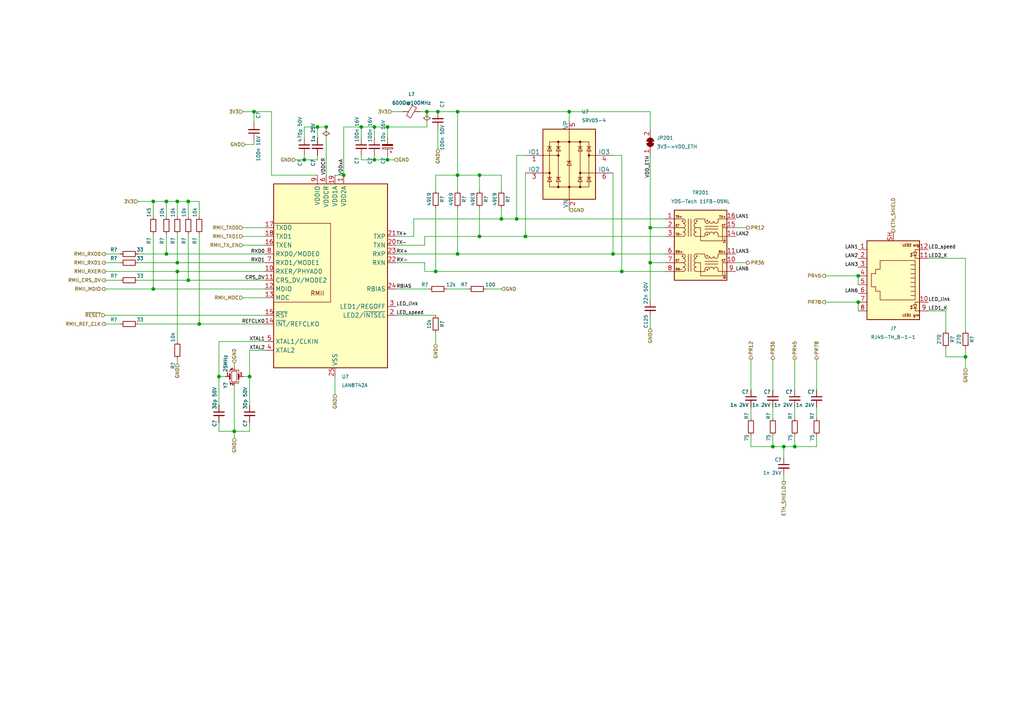
<source format=kicad_sch>
(kicad_sch (version 20230121) (generator eeschema)
  (paper "A4")
  (lib_symbols
    (symbol "#Connector:Boomele RJ45-TH_B-1-1" (pin_names (offset 1.016))
      (property "Reference" "J" (at -5.08 13.97 0))
      (property "Value" "Boomele RJ45-TH_B-1-1" (at 1.27 13.97 0))
      (symbol "Boomele RJ45-TH_B-1-1_1_1"
        (text "LED1 grn" (at -5.08 11.43 0) (effects (font (size 0.7 0.7))))
        (text "LED2 org" (at -5.08 -8.89 0) (effects (font (size 0.7 0.7))))
        (pin passive line (at 10.16 -7.62 180) (length 2.54) (name "~") (number "1"))
        (pin passive line (at -10.16 7.62 0) (length 2.54) (name "~") (number "10"))
        (pin passive line (at -10.16 -5.08 0) (length 2.54) (name "~") (number "11"))
        (pin passive line (at -10.16 -7.62 0) (length 2.54) (name "~") (number "12"))
        (pin passive line (at 10.16 -5.08 180) (length 2.54) (name "~") (number "2"))
        (pin passive line (at 10.16 -2.54 180) (length 2.54) (name "~") (number "3"))
        (pin passive line (at 10.16 0 180) (length 2.54) (name "~") (number "4"))
        (pin passive line (at 10.16 2.54 180) (length 2.54) (name "~") (number "5"))
        (pin passive line (at 10.16 5.08 180) (length 2.54) (name "~") (number "6"))
        (pin passive line (at 10.16 7.62 180) (length 2.54) (name "~") (number "7"))
        (pin passive line (at 10.16 10.16 180) (length 2.54) (name "~") (number "8"))
        (pin passive line (at -10.16 10.16 0) (length 2.54) (name "~") (number "9"))
        (pin passive line (at 0 -12.7 90) (length 2.54) (name "~") (number "SH"))
      )
    )
    (symbol "#Transformer:YDS-Tech 11FB-05NL" (pin_names hide)
      (property "Reference" "TR" (at 0 10.795 0))
      (property "Value" "YDS-Tech 11FB-05NL" (at 0 -10.795 0))
      (symbol "YDS-Tech 11FB-05NL_1_1"
        (text "CT" (at -7.366 -4.826 0) (effects (font (size 0.635 0.635)) (justify left bottom)))
        (text "CT" (at -7.366 5.334 0) (effects (font (size 0.635 0.635)) (justify left bottom)))
        (text "CT" (at 7.366 -4.826 0) (effects (font (size 0.635 0.635)) (justify right bottom)))
        (text "CT" (at 7.366 5.334 0) (effects (font (size 0.635 0.635)) (justify right bottom)))
        (text "RD+" (at -7.366 -2.286 0) (effects (font (size 0.635 0.635)) (justify left bottom)))
        (text "RD-" (at -7.366 -7.366 0) (effects (font (size 0.635 0.635)) (justify left bottom)))
        (text "RX+" (at 7.366 -2.286 0) (effects (font (size 0.635 0.635)) (justify right bottom)))
        (text "RX-" (at 7.366 -7.62 900) (effects (font (size 0.635 0.635)) (justify right bottom)))
        (text "TD+" (at -7.366 7.874 0) (effects (font (size 0.635 0.635)) (justify left bottom)))
        (text "TD-" (at -7.366 2.794 0) (effects (font (size 0.635 0.635)) (justify left bottom)))
        (text "TX+" (at 7.366 7.874 0) (effects (font (size 0.635 0.635)) (justify right bottom)))
        (text "TX-" (at 7.366 2.54 900) (effects (font (size 0.635 0.635)) (justify right bottom)))
        (pin passive line (at -10.16 7.62 0) (length 2.54) (name "TX-") (number "1"))
        (pin passive line (at 10.16 -5.08 180) (length 2.54) (name "C_RD") (number "10"))
        (pin passive line (at 10.16 -2.54 180) (length 2.54) (name "RD-") (number "11"))
        (pin no_connect line (at -2.54 -10.16 90) (length 2.54) hide (name "NC") (number "12"))
        (pin no_connect line (at 2.54 -10.16 90) (length 2.54) hide (name "NC") (number "13"))
        (pin passive line (at 10.16 2.54 180) (length 2.54) (name "TD+") (number "14"))
        (pin passive line (at 10.16 5.08 180) (length 2.54) (name "C_TD") (number "15"))
        (pin passive line (at 10.16 7.62 180) (length 2.54) (name "TD-") (number "16"))
        (pin passive line (at -10.16 5.08 0) (length 2.54) (name "C_TX") (number "2"))
        (pin passive line (at -10.16 2.54 0) (length 2.54) (name "TX+") (number "3"))
        (pin no_connect line (at -2.54 10.16 270) (length 2.54) hide (name "NC") (number "4"))
        (pin no_connect line (at 2.54 10.16 270) (length 2.54) hide (name "NC") (number "5"))
        (pin passive line (at -10.16 -2.54 0) (length 2.54) (name "RX-") (number "6"))
        (pin passive line (at -10.16 -5.08 0) (length 2.54) (name "C_RX") (number "7"))
        (pin passive line (at -10.16 -7.62 0) (length 2.54) (name "RX+") (number "8"))
        (pin passive line (at 10.16 -7.62 180) (length 2.54) (name "RD+") (number "9"))
      )
    )
    (symbol "Device:C_Polarized_Small" (pin_numbers hide) (pin_names (offset 0.254) hide)
      (property "Reference" "C" (at 0.254 1.778 0))
      (property "Value" "C_Polarized_Small" (at 0.254 -2.032 0))
      (symbol "C_Polarized_Small_1_1"
        (pin passive line (at 0 2.54 270) (length 1.8542) (name "~") (number "1"))
        (pin passive line (at 0 -2.54 90) (length 1.8542) (name "~") (number "2"))
      )
    )
    (symbol "Device:C_Small" (pin_numbers hide) (pin_names (offset 0.254) hide)
      (property "Reference" "C" (at 0.254 1.778 0))
      (property "Value" "C_Small" (at 0.254 -2.032 0))
      (symbol "C_Small_1_1"
        (pin passive line (at 0 2.54 270) (length 2.032) (name "~") (number "1"))
        (pin passive line (at 0 -2.54 90) (length 2.032) (name "~") (number "2"))
      )
    )
    (symbol "Device:Crystal_GND24_Small" (pin_names (offset 1.016) hide)
      (property "Reference" "Y" (at 1.27 4.445 0))
      (property "Value" "Crystal_GND24_Small" (at 1.27 2.54 0))
      (symbol "Crystal_GND24_Small_1_1"
        (pin passive line (at -2.54 0 0) (length 1.27) (name "1") (number "1"))
        (pin passive line (at 0 -2.54 90) (length 0.635) (name "2") (number "2"))
        (pin passive line (at 2.54 0 180) (length 1.27) (name "3") (number "3"))
        (pin passive line (at 0 2.54 270) (length 0.635) (name "4") (number "4"))
      )
    )
    (symbol "Device:FerriteBead_Small" (pin_numbers hide) (pin_names (offset 0))
      (property "Reference" "FB" (at 1.905 1.27 0))
      (property "Value" "FerriteBead_Small" (at 1.905 -1.27 0))
      (symbol "FerriteBead_Small_1_1"
        (pin passive line (at 0 2.54 270) (length 1.27) (name "~") (number "1"))
        (pin passive line (at 0 -2.54 90) (length 1.27) (name "~") (number "2"))
      )
    )
    (symbol "Device:R_Small" (pin_numbers hide) (pin_names (offset 0.254) hide)
      (property "Reference" "R" (at 0.762 0.508 0))
      (property "Value" "R_Small" (at 0.762 -1.016 0))
      (symbol "R_Small_1_1"
        (pin passive line (at 0 2.54 270) (length 0.762) (name "~") (number "1"))
        (pin passive line (at 0 -2.54 90) (length 0.762) (name "~") (number "2"))
      )
    )
    (symbol "Interface_Ethernet:LAN8742A"
      (property "Reference" "U" (at -13.97 29.21 0))
      (property "Value" "LAN8742A" (at 15.24 29.21 0))
      (symbol "LAN8742A_0_0"
        (text "RMII" (at -5.08 -3.81 0) (effects (font (size 1.27 1.27))))
      )
      (symbol "LAN8742A_1_1"
        (pin power_in line (at 2.54 30.48 270) (length 2.54) (name "VDD2A") (number "1"))
        (pin output line (at -20.32 2.54 0) (length 2.54) (name "RXER/PHYAD0") (number "10"))
        (pin bidirectional line (at -20.32 0 0) (length 2.54) (name "CRS_DV/MODE2") (number "11"))
        (pin bidirectional line (at -20.32 -2.54 0) (length 2.54) (name "MDIO") (number "12"))
        (pin input line (at -20.32 -5.08 0) (length 2.54) (name "MDC") (number "13"))
        (pin output line (at -20.32 -12.7 0) (length 2.54) (name "~{INT}/REFCLKO") (number "14"))
        (pin input line (at -20.32 -10.16 0) (length 2.54) (name "~{RST}") (number "15"))
        (pin input line (at -20.32 10.16 0) (length 2.54) (name "TXEN") (number "16"))
        (pin input line (at -20.32 15.24 0) (length 2.54) (name "TXD0") (number "17"))
        (pin input line (at -20.32 12.7 0) (length 2.54) (name "TXD1") (number "18"))
        (pin power_in line (at 0 30.48 270) (length 2.54) (name "VDD1A") (number "19"))
        (pin bidirectional line (at 17.78 -10.16 180) (length 2.54) (name "LED2/~{INTSEL}") (number "2"))
        (pin passive line (at 17.78 10.16 180) (length 2.54) (name "TXN") (number "20"))
        (pin passive line (at 17.78 12.7 180) (length 2.54) (name "TXP") (number "21"))
        (pin passive line (at 17.78 5.08 180) (length 2.54) (name "RXN") (number "22"))
        (pin passive line (at 17.78 7.62 180) (length 2.54) (name "RXP") (number "23"))
        (pin passive line (at 17.78 -2.54 180) (length 2.54) (name "RBIAS") (number "24"))
        (pin power_in line (at 0 -27.94 90) (length 2.54) (name "VSS") (number "25"))
        (pin bidirectional line (at 17.78 -7.62 180) (length 2.54) (name "LED1/REGOFF") (number "3"))
        (pin output line (at -20.32 -20.32 0) (length 2.54) (name "XTAL2") (number "4"))
        (pin input line (at -20.32 -17.78 0) (length 2.54) (name "XTAL1/CLKIN") (number "5"))
        (pin power_in line (at -2.54 30.48 270) (length 2.54) (name "VDDCR") (number "6"))
        (pin bidirectional line (at -20.32 5.08 0) (length 2.54) (name "RXD1/MODE1") (number "7"))
        (pin bidirectional line (at -20.32 7.62 0) (length 2.54) (name "RXD0/MODE0") (number "8"))
        (pin power_in line (at -5.08 30.48 270) (length 2.54) (name "VDDIO") (number "9"))
      )
    )
    (symbol "Jumper:SolderJumper_2_Bridged" (pin_names (offset 0) hide)
      (property "Reference" "JP" (at 0 2.032 0))
      (property "Value" "SolderJumper_2_Bridged" (at 0 -2.54 0))
      (symbol "SolderJumper_2_Bridged_1_1"
        (pin passive line (at -3.81 0 0) (length 2.54) (name "A") (number "1"))
        (pin passive line (at 3.81 0 180) (length 2.54) (name "B") (number "2"))
      )
    )
    (symbol "Power_Protection:SRV05-4" (pin_names (offset 0))
      (property "Reference" "U" (at -5.08 11.43 0))
      (property "Value" "SRV05-4" (at 2.54 11.43 0))
      (symbol "SRV05-4_1_1"
        (pin passive line (at -12.7 2.54 0) (length 5.08) (name "IO1") (number "1"))
        (pin passive line (at 0 -12.7 90) (length 2.54) (name "VN") (number "2"))
        (pin passive line (at -12.7 -2.54 0) (length 5.08) (name "IO2") (number "3"))
        (pin passive line (at 12.7 2.54 180) (length 5.08) (name "IO3") (number "4"))
        (pin passive line (at 0 12.7 270) (length 2.54) (name "VP") (number "5"))
        (pin passive line (at 12.7 -2.54 180) (length 5.08) (name "IO4") (number "6"))
      )
    )
    (symbol "power:PWR_FLAG" (power) (pin_numbers hide) (pin_names (offset 0) hide)
      (property "Value" "PWR_FLAG" (at 0 3.81 0))
      (symbol "PWR_FLAG_0_0"
        (pin power_out line (at 0 0 90) (length 0) (name "pwr") (number "1"))
      )
    )
  )
  (junction (at 57.785 93.98))
  (junction (at 132.715 73.66))
  (junction (at 177.8 73.66))
  (junction (at 63.5 109.22))
  (junction (at 224.155 129.54))
  (junction (at 123.825 32.385))
  (junction (at 248.92 80.01))
  (junction (at 54.61 58.42))
  (junction (at 126.365 78.74))
  (junction (at 48.26 73.66))
  (junction (at 54.61 81.28))
  (junction (at 280.035 103.505))
  (junction (at 132.715 50.8))
  (junction (at 145.415 63.5))
  (junction (at 180.34 78.74))
  (junction (at 72.39 109.22))
  (junction (at 99.695 50.8))
  (junction (at 230.505 129.54))
  (junction (at 44.45 83.82))
  (junction (at 108.585 46.355))
  (junction (at 132.715 32.385))
  (junction (at 104.775 36.83))
  (junction (at 67.945 125.095))
  (junction (at 51.435 58.42))
  (junction (at 51.435 76.2))
  (junction (at 248.92 87.63))
  (junction (at 165.1 32.385))
  (junction (at 149.86 63.5))
  (junction (at 92.075 36.83))
  (junction (at 51.435 78.74))
  (junction (at 139.065 50.8))
  (junction (at 88.265 46.355))
  (junction (at 94.615 36.83))
  (junction (at 127 32.385))
  (junction (at 112.395 46.355))
  (junction (at 112.395 36.83))
  (junction (at 44.45 58.42))
  (junction (at 139.065 68.58))
  (junction (at 188.595 76.2))
  (junction (at 48.26 58.42))
  (junction (at 108.585 36.83))
  (junction (at 152.4 68.58))
  (junction (at 227.33 129.54))
  (junction (at 73.66 32.385))
  (junction (at 188.595 66.04))
  (wire (pts (xy 70.485 71.12) (xy 76.835 71.12)))
  (wire (pts (xy 152.4 50.165) (xy 152.4 68.58)))
  (wire (pts (xy 54.61 62.865) (xy 54.61 58.42)))
  (wire (pts (xy 216.535 66.04) (xy 213.36 66.04)))
  (wire (pts (xy 227.33 129.54) (xy 227.33 132.715)))
  (wire (pts (xy 63.5 99.06) (xy 63.5 109.22)))
  (wire (pts (xy 274.32 90.17) (xy 269.24 90.17)))
  (wire (pts (xy 239.395 87.63) (xy 248.92 87.63)))
  (wire (pts (xy 104.775 46.355) (xy 104.775 45.085)))
  (wire (pts (xy 112.395 45.085) (xy 112.395 46.355)))
  (wire (pts (xy 48.26 58.42) (xy 48.26 62.865)))
  (wire (pts (xy 123.19 71.12) (xy 114.935 71.12)))
  (wire (pts (xy 227.33 129.54) (xy 230.505 129.54)))
  (wire (pts (xy 224.155 126.365) (xy 224.155 129.54)))
  (wire (pts (xy 188.595 66.04) (xy 188.595 45.085)))
  (wire (pts (xy 132.715 32.385) (xy 132.715 50.8)))
  (wire (pts (xy 177.8 50.165) (xy 177.8 73.66)))
  (wire (pts (xy 70.485 86.36) (xy 76.835 86.36)))
  (wire (pts (xy 224.155 129.54) (xy 227.33 129.54)))
  (wire (pts (xy 51.435 58.42) (xy 48.26 58.42)))
  (wire (pts (xy 92.075 36.83) (xy 88.265 36.83)))
  (wire (pts (xy 76.835 101.6) (xy 72.39 101.6)))
  (wire (pts (xy 114.935 83.82) (xy 124.46 83.82)))
  (wire (pts (xy 230.505 129.54) (xy 236.855 129.54)))
  (wire (pts (xy 40.005 76.2) (xy 51.435 76.2)))
  (wire (pts (xy 227.33 137.795) (xy 227.33 139.7)))
  (wire (pts (xy 180.34 78.74) (xy 193.04 78.74)))
  (wire (pts (xy 78.74 32.385) (xy 73.66 32.385)))
  (wire (pts (xy 140.97 83.82) (xy 145.415 83.82)))
  (wire (pts (xy 112.395 40.005) (xy 112.395 36.83)))
  (wire (pts (xy 88.265 46.355) (xy 88.265 45.085)))
  (wire (pts (xy 139.065 68.58) (xy 123.19 68.58)))
  (wire (pts (xy 94.615 50.8) (xy 94.615 36.83)))
  (wire (pts (xy 239.395 80.01) (xy 248.92 80.01)))
  (wire (pts (xy 51.435 105.41) (xy 51.435 104.14)))
  (wire (pts (xy 57.785 67.945) (xy 57.785 93.98)))
  (wire (pts (xy 248.92 80.01) (xy 248.92 82.55)))
  (wire (pts (xy 48.26 67.945) (xy 48.26 73.66)))
  (wire (pts (xy 165.1 32.385) (xy 132.715 32.385)))
  (wire (pts (xy 57.785 62.865) (xy 57.785 58.42)))
  (wire (pts (xy 54.61 58.42) (xy 57.785 58.42)))
  (wire (pts (xy 72.39 101.6) (xy 72.39 109.22)))
  (wire (pts (xy 30.48 81.28) (xy 34.925 81.28)))
  (wire (pts (xy 180.34 45.085) (xy 180.34 78.74)))
  (wire (pts (xy 188.595 37.465) (xy 188.595 32.385)))
  (wire (pts (xy 67.945 105.41) (xy 67.945 106.68)))
  (wire (pts (xy 127 32.385) (xy 132.715 32.385)))
  (wire (pts (xy 63.5 117.475) (xy 63.5 109.22)))
  (wire (pts (xy 113.665 32.385) (xy 116.84 32.385)))
  (wire (pts (xy 126.365 60.325) (xy 126.365 78.74)))
  (wire (pts (xy 44.45 83.82) (xy 76.835 83.82)))
  (wire (pts (xy 236.855 129.54) (xy 236.855 126.365)))
  (wire (pts (xy 63.5 125.095) (xy 63.5 122.555)))
  (wire (pts (xy 73.66 32.385) (xy 73.66 35.56)))
  (wire (pts (xy 139.065 50.8) (xy 145.415 50.8)))
  (wire (pts (xy 72.39 109.22) (xy 72.39 117.475)))
  (wire (pts (xy 236.855 118.11) (xy 236.855 121.285)))
  (wire (pts (xy 44.45 67.945) (xy 44.45 83.82)))
  (wire (pts (xy 30.48 78.74) (xy 51.435 78.74)))
  (wire (pts (xy 165.1 60.96) (xy 165.1 60.325)))
  (wire (pts (xy 217.805 129.54) (xy 224.155 129.54)))
  (wire (pts (xy 188.595 32.385) (xy 165.1 32.385)))
  (wire (pts (xy 224.155 118.11) (xy 224.155 121.285)))
  (wire (pts (xy 149.86 63.5) (xy 145.415 63.5)))
  (wire (pts (xy 114.935 91.44) (xy 126.365 91.44)))
  (wire (pts (xy 44.45 62.865) (xy 44.45 58.42)))
  (wire (pts (xy 72.39 125.095) (xy 67.945 125.095)))
  (wire (pts (xy 44.45 58.42) (xy 48.26 58.42)))
  (wire (pts (xy 120.015 68.58) (xy 114.935 68.58)))
  (wire (pts (xy 78.74 50.8) (xy 78.74 32.385)))
  (wire (pts (xy 104.775 36.83) (xy 104.775 40.005)))
  (wire (pts (xy 188.595 76.2) (xy 193.04 76.2)))
  (wire (pts (xy 40.005 58.42) (xy 44.45 58.42)))
  (wire (pts (xy 114.935 73.66) (xy 132.715 73.66)))
  (wire (pts (xy 145.415 60.325) (xy 145.415 63.5)))
  (wire (pts (xy 126.365 55.245) (xy 126.365 50.8)))
  (wire (pts (xy 217.805 126.365) (xy 217.805 129.54)))
  (wire (pts (xy 30.48 83.82) (xy 44.45 83.82)))
  (wire (pts (xy 40.005 81.28) (xy 54.61 81.28)))
  (wire (pts (xy 123.825 32.385) (xy 127 32.385)))
  (wire (pts (xy 188.595 66.04) (xy 188.595 76.2)))
  (wire (pts (xy 76.835 99.06) (xy 63.5 99.06)))
  (wire (pts (xy 152.4 68.58) (xy 193.04 68.58)))
  (wire (pts (xy 132.715 73.66) (xy 177.8 73.66)))
  (wire (pts (xy 274.32 103.505) (xy 280.035 103.505)))
  (wire (pts (xy 152.4 45.085) (xy 149.86 45.085)))
  (wire (pts (xy 165.1 34.925) (xy 165.1 32.385)))
  (wire (pts (xy 121.92 32.385) (xy 123.825 32.385)))
  (wire (pts (xy 126.365 78.74) (xy 123.19 78.74)))
  (wire (pts (xy 40.005 73.66) (xy 48.26 73.66)))
  (wire (pts (xy 149.86 63.5) (xy 193.04 63.5)))
  (wire (pts (xy 139.065 60.325) (xy 139.065 68.58)))
  (wire (pts (xy 88.265 36.83) (xy 88.265 40.005)))
  (wire (pts (xy 230.505 126.365) (xy 230.505 129.54)))
  (wire (pts (xy 274.32 100.965) (xy 274.32 103.505)))
  (wire (pts (xy 92.075 50.8) (xy 78.74 50.8)))
  (wire (pts (xy 108.585 46.355) (xy 104.775 46.355)))
  (wire (pts (xy 139.065 50.8) (xy 132.715 50.8)))
  (wire (pts (xy 54.61 58.42) (xy 51.435 58.42)))
  (wire (pts (xy 67.945 125.095) (xy 67.945 111.76)))
  (wire (pts (xy 97.155 109.22) (xy 97.155 114.3)))
  (wire (pts (xy 99.695 36.83) (xy 99.695 50.8)))
  (wire (pts (xy 180.34 78.74) (xy 126.365 78.74)))
  (wire (pts (xy 145.415 55.245) (xy 145.415 50.8)))
  (wire (pts (xy 129.54 83.82) (xy 135.89 83.82)))
  (wire (pts (xy 72.39 122.555) (xy 72.39 125.095)))
  (wire (pts (xy 177.8 73.66) (xy 193.04 73.66)))
  (wire (pts (xy 40.005 93.98) (xy 57.785 93.98)))
  (wire (pts (xy 280.035 103.505) (xy 280.035 106.68)))
  (wire (pts (xy 248.92 87.63) (xy 248.92 90.17)))
  (wire (pts (xy 126.365 96.52) (xy 126.365 99.695)))
  (wire (pts (xy 108.585 46.355) (xy 112.395 46.355)))
  (wire (pts (xy 280.035 74.93) (xy 269.24 74.93)))
  (wire (pts (xy 51.435 67.945) (xy 51.435 76.2)))
  (wire (pts (xy 92.075 46.355) (xy 88.265 46.355)))
  (wire (pts (xy 120.015 63.5) (xy 120.015 68.58)))
  (wire (pts (xy 30.48 73.66) (xy 34.925 73.66)))
  (wire (pts (xy 51.435 78.74) (xy 51.435 99.06)))
  (wire (pts (xy 92.075 40.005) (xy 92.075 36.83)))
  (wire (pts (xy 280.035 95.885) (xy 280.035 74.93)))
  (wire (pts (xy 123.19 76.2) (xy 114.935 76.2)))
  (wire (pts (xy 177.8 45.085) (xy 180.34 45.085)))
  (wire (pts (xy 126.365 50.8) (xy 132.715 50.8)))
  (wire (pts (xy 217.805 104.14) (xy 217.805 113.03)))
  (wire (pts (xy 108.585 36.83) (xy 108.585 40.005)))
  (wire (pts (xy 188.595 92.075) (xy 188.595 95.25)))
  (wire (pts (xy 70.485 109.22) (xy 72.39 109.22)))
  (wire (pts (xy 123.19 78.74) (xy 123.19 76.2)))
  (wire (pts (xy 112.395 36.83) (xy 123.825 36.83)))
  (wire (pts (xy 63.5 109.22) (xy 65.405 109.22)))
  (wire (pts (xy 123.19 68.58) (xy 123.19 71.12)))
  (wire (pts (xy 97.155 50.8) (xy 99.695 50.8)))
  (wire (pts (xy 280.035 103.505) (xy 280.035 100.965)))
  (wire (pts (xy 70.485 68.58) (xy 76.835 68.58)))
  (wire (pts (xy 188.595 76.2) (xy 188.595 86.995)))
  (wire (pts (xy 67.945 125.095) (xy 63.5 125.095)))
  (wire (pts (xy 70.485 32.385) (xy 73.66 32.385)))
  (wire (pts (xy 230.505 118.11) (xy 230.505 121.285)))
  (wire (pts (xy 51.435 76.2) (xy 76.835 76.2)))
  (wire (pts (xy 230.505 104.14) (xy 230.505 113.03)))
  (wire (pts (xy 217.805 118.11) (xy 217.805 121.285)))
  (wire (pts (xy 108.585 36.83) (xy 112.395 36.83)))
  (wire (pts (xy 152.4 68.58) (xy 139.065 68.58)))
  (wire (pts (xy 48.26 73.66) (xy 76.835 73.66)))
  (wire (pts (xy 67.945 125.095) (xy 67.945 127)))
  (wire (pts (xy 139.065 55.245) (xy 139.065 50.8)))
  (wire (pts (xy 149.86 45.085) (xy 149.86 63.5)))
  (wire (pts (xy 132.715 50.8) (xy 132.715 55.245)))
  (wire (pts (xy 30.48 91.44) (xy 76.835 91.44)))
  (wire (pts (xy 236.855 104.14) (xy 236.855 113.03)))
  (wire (pts (xy 94.615 36.83) (xy 92.075 36.83)))
  (wire (pts (xy 85.725 46.355) (xy 88.265 46.355)))
  (wire (pts (xy 99.695 36.83) (xy 104.775 36.83)))
  (wire (pts (xy 70.485 66.04) (xy 76.835 66.04)))
  (wire (pts (xy 30.48 76.2) (xy 34.925 76.2)))
  (wire (pts (xy 73.66 41.91) (xy 73.66 40.64)))
  (wire (pts (xy 145.415 63.5) (xy 120.015 63.5)))
  (wire (pts (xy 123.825 36.83) (xy 123.825 32.385)))
  (wire (pts (xy 132.715 60.325) (xy 132.715 73.66)))
  (wire (pts (xy 188.595 66.04) (xy 193.04 66.04)))
  (wire (pts (xy 71.12 41.91) (xy 73.66 41.91)))
  (wire (pts (xy 54.61 81.28) (xy 76.835 81.28)))
  (wire (pts (xy 224.155 104.14) (xy 224.155 113.03)))
  (wire (pts (xy 57.785 93.98) (xy 76.835 93.98)))
  (wire (pts (xy 274.32 95.885) (xy 274.32 90.17)))
  (wire (pts (xy 92.075 45.085) (xy 92.075 46.355)))
  (wire (pts (xy 51.435 78.74) (xy 76.835 78.74)))
  (wire (pts (xy 51.435 62.865) (xy 51.435 58.42)))
  (wire (pts (xy 108.585 45.085) (xy 108.585 46.355)))
  (wire (pts (xy 216.535 76.2) (xy 213.36 76.2)))
  (wire (pts (xy 112.395 46.355) (xy 114.3 46.355)))
  (wire (pts (xy 127 37.465) (xy 127 43.18)))
  (wire (pts (xy 104.775 36.83) (xy 108.585 36.83)))
  (wire (pts (xy 30.48 93.98) (xy 34.925 93.98)))
  (wire (pts (xy 54.61 67.945) (xy 54.61 81.28)))
  (label "LED2_K" (at 269.24 74.93 0) (effects (font (size 1 1))))
  (label "LAN2" (at 248.92 74.93 180) (effects (font (size 1 1))))
  (label "LED_speed" (at 269.24 72.39 0) (effects (font (size 1 1))))
  (label "XTAL2" (at 76.835 101.6 180) (effects (font (size 1 1))))
  (label "LED_link" (at 114.935 88.9 0) (effects (font (size 1 1))))
  (label "LAN3" (at 213.36 73.66 0) (effects (font (size 1 1))))
  (label "TX+" (at 114.935 68.58 0) (effects (font (size 1 1))))
  (label "LAN1" (at 248.92 72.39 180) (effects (font (size 1 1))))
  (label "RX-" (at 114.935 76.2 0) (effects (font (size 1 1))))
  (label "XTAL1" (at 76.835 99.06 180) (effects (font (size 1 1))))
  (label "LAN6" (at 213.36 78.74 0) (effects (font (size 1 1))))
  (label "RXD0" (at 76.835 73.66 180) (effects (font (size 1 1))))
  (label "VDDCR" (at 94.615 50.8 90) (effects (font (size 1 1))))
  (label "VDDxA" (at 99.695 50.8 90) (effects (font (size 1 1))))
  (label "RBIAS" (at 114.935 83.82 0) (effects (font (size 1 1))))
  (label "CRS_DV" (at 76.835 81.28 180) (effects (font (size 1 1))))
  (label "LAN2" (at 213.36 68.58 0) (effects (font (size 1 1))))
  (label "VDD_ETH" (at 188.595 45.085 270) (effects (font (size 1 1))))
  (label "TX-" (at 114.935 71.12 0) (effects (font (size 1 1))))
  (label "RX+" (at 114.935 73.66 0) (effects (font (size 1 1))))
  (label "LAN6" (at 248.92 85.09 180) (effects (font (size 1 1))))
  (label "LAN3" (at 248.92 77.47 180) (effects (font (size 1 1))))
  (label "LED_link" (at 269.24 87.63 0) (effects (font (size 1 1))))
  (label "RXD1" (at 76.835 76.2 180) (effects (font (size 1 1))))
  (label "LED1_K" (at 269.24 90.17 0) (effects (font (size 1 1))))
  (label "LED_speed" (at 114.935 91.44 0) (effects (font (size 1 1))))
  (label "LAN1" (at 213.36 63.5 0) (effects (font (size 1 1))))
  (label "REFCLK0" (at 76.835 93.98 180) (effects (font (size 1 1))))
  (hierarchical_label "GND" (shape input) (at 85.725 46.355 180) (effects (font (size 1 1))))
  (hierarchical_label "RMII_MDIO" (shape output) (at 30.48 83.82 180) (effects (font (size 1 1))))
  (hierarchical_label "RMII_RXD0" (shape output) (at 30.48 73.66 180) (effects (font (size 1 1))))
  (hierarchical_label "GND" (shape input) (at 71.12 41.91 180) (effects (font (size 1 1))))
  (hierarchical_label "RMII_TXD0" (shape input) (at 70.485 66.04 180) (effects (font (size 1 1))))
  (hierarchical_label "PR36" (shape output) (at 216.535 76.2 0) (effects (font (size 1 1))))
  (hierarchical_label "RMII_RXER" (shape output) (at 30.48 78.74 180) (effects (font (size 1 1))))
  (hierarchical_label "GND" (shape input) (at 97.155 114.3 270) (effects (font (size 1 1))))
  (hierarchical_label "ETH_SHIELD" (shape output) (at 259.08 67.31 90) (effects (font (size 1 1))))
  (hierarchical_label "GND" (shape input) (at 51.435 105.41 270) (effects (font (size 1 1))))
  (hierarchical_label "RMII_MDC" (shape input) (at 70.485 86.36 180) (effects (font (size 1 1))))
  (hierarchical_label "GND" (shape input) (at 188.595 95.25 270) (effects (font (size 1 1))))
  (hierarchical_label "RMII_TX_EN" (shape input) (at 70.485 71.12 180) (effects (font (size 1 1))))
  (hierarchical_label "3V3" (shape input) (at 70.485 32.385 180) (effects (font (size 1 1))))
  (hierarchical_label "GND" (shape input) (at 165.1 60.96 0) (effects (font (size 1 1))))
  (hierarchical_label "PR12" (shape output) (at 217.805 104.14 90) (effects (font (size 1 1))))
  (hierarchical_label "GND" (shape input) (at 126.365 99.695 270) (effects (font (size 1 1))))
  (hierarchical_label "PR12" (shape output) (at 216.535 66.04 0) (effects (font (size 1 1))))
  (hierarchical_label "RMII_TXD1" (shape input) (at 70.485 68.58 180) (effects (font (size 1 1))))
  (hierarchical_label "ETH_SHIELD" (shape output) (at 227.33 139.7 270) (effects (font (size 1 1))))
  (hierarchical_label "RMII_RXD1" (shape output) (at 30.48 76.2 180) (effects (font (size 1 1))))
  (hierarchical_label "PR36" (shape output) (at 224.155 104.14 90) (effects (font (size 1 1))))
  (hierarchical_label "GND" (shape input) (at 145.415 83.82 0) (effects (font (size 1 1))))
  (hierarchical_label "GND" (shape input) (at 114.3 46.355 0) (effects (font (size 1 1))))
  (hierarchical_label "GND" (shape input) (at 280.035 106.68 270) (effects (font (size 1 1))))
  (hierarchical_label "PR45" (shape output) (at 239.395 80.01 180) (effects (font (size 1 1))))
  (hierarchical_label "PR78" (shape output) (at 236.855 104.14 90) (effects (font (size 1 1))))
  (hierarchical_label "GND" (shape input) (at 67.945 105.41 90) (effects (font (size 1 1))))
  (hierarchical_label "RMII_REF_CLK" (shape output) (at 30.48 93.98 180) (effects (font (size 1 1))))
  (hierarchical_label "PR78" (shape output) (at 239.395 87.63 180) (effects (font (size 1 1))))
  (hierarchical_label "~{RESET}" (shape input) (at 30.48 91.44 180) (effects (font (size 1 1))))
  (hierarchical_label "RMII_CRS_DV" (shape output) (at 30.48 81.28 180) (effects (font (size 1 1))))
  (hierarchical_label "3V3" (shape input) (at 40.005 58.42 180) (effects (font (size 1 1))))
  (hierarchical_label "GND" (shape input) (at 127 43.18 270) (effects (font (size 1 1))))
  (hierarchical_label "PR45" (shape output) (at 230.505 104.14 90) (effects (font (size 1 1))))
  (hierarchical_label "GND" (shape input) (at 67.945 127 270) (effects (font (size 1 1))))
  (hierarchical_label "3V3" (shape input) (at 113.665 32.385 180) (effects (font (size 1 1))))
  (symbol (lib_id "Device:C_Small") (at 92.075 42.545 0) (unit 1)
    (property "Reference" "C?" (at 90.805 48.26 90) (effects (font (size 1 1)) (justify left)))
    (property "Value" "1u 25V" (at 90.805 41.275 90) (effects (font (size 1 1)) (justify left)))
    (property "Footprint" "Capacitor_SMD:C_0402_1005Metric" (effects hide))
    (property "Description" "25V 1uF X5R ±10% 0402  Multilayer Ceramic Capacitors MLCC - SMD/SMT ROHS" (effects hide))
    (property "JLCPCB Part #" "C52923" (effects hide))
    (property "Manufacturer" "Samsung Electro-Mechanics" (effects hide))
    (property "Partnumber" "CL05A105KA5NQNC" (effects hide))
    (property "isBasicPart" "YES" (effects hide))
    (instances (project "stm32f407vg" (path "" (reference "C?") (unit 1)) (path "" (reference "C?") (unit 1)) (path "" (reference "C?") (unit 1))) (project "basicparts" (path "" (reference "C?") (unit 1))) (project "poe_at_30w" (path "" (reference "C?") (unit 1))) (project "stm32f4_uno_ethernet" (path "" (reference "C204") (unit 1))))
  )
  (symbol (lib_id "#Transformer:YDS-Tech 11FB-05NL") (at 203.2 71.12 0) (unit 1)
    (property "Reference" "TR201" (at 203.2 55.88 0) (effects (font (size 1 1))))
    (property "Value" "YDS-Tech 11FB-05NL" (at 203.2 58.42 0) (effects (font (size 1 1))))
    (property "Footprint" "#Transformer:YDS-Tech 11FB-05NL" (effects hide))
    (property "Datasheet" "${KIPRJMOD}/KiCad-Lib/#Transformer.doc/YDS-Tech 11FB-05NL.pdf" (effects hide))
    (property "Manufacturer" "Shanghai YDS Tech" (effects hide))
    (property "Partnumber" "11FB-05NL" (effects hide))
    (property "JLCPCB Part #" "C97692" (effects hide))
    (property "Description" "Ethernet LAN 10/100 Base-Tx Transformer, PoE 350mA" (effects hide))
    (property "isBasicPart" "NO" (effects hide))
  )
  (symbol (lib_id "Device:R_Small") (at 274.32 98.425 0) (unit 1)
    (property "Reference" "R?" (at 276.225 98.425 90) (effects (font (size 1 1))))
    (property "Value" "270" (at 272.415 98.425 90) (effects (font (size 1 1))))
    (property "Footprint" "Resistor_SMD:R_0603_1608Metric" (effects hide))
    (property "Description" "100mW Thick Film Resistors ±100ppm/℃ ±1% 270Ω 0603  Chip Resistor - Surface Mount ROHS" (effects hide))
    (property "JLCPCB Part #" "C22966" (effects hide))
    (property "Manufacturer" "UNI-ROYAL(Uniroyal Elec)" (effects hide))
    (property "Partnumber" "0603WAF2700T5E" (effects hide))
    (property "isBasicPart" "YES" (effects hide))
    (instances (project "stm32f407vg" (path "" (reference "R?") (unit 1)) (path "" (reference "R?") (unit 1)) (path "" (reference "R?") (unit 1))) (project "basicparts" (path "" (reference "R?") (unit 1))) (project "poe_at_30w" (path "" (reference "R?") (unit 1))) (project "stm32f4_uno_ethernet" (path "" (reference "R222") (unit 1))))
  )
  (symbol (lib_id "Device:C_Small") (at 224.155 115.57 0) (mirror y) (unit 1)
    (property "Reference" "C?" (at 223.52 113.665 0) (effects (font (size 1 1)) (justify left)))
    (property "Value" "1n 2kV" (at 223.52 117.475 0) (effects (font (size 1 1)) (justify left)))
    (property "Footprint" "Capacitor_SMD:C_1206_3216Metric" (effects hide))
    (property "Description" "2kV 1nF X7R ±10% 1206  Multilayer Ceramic Capacitors MLCC - SMD/SMT ROHS" (effects hide))
    (property "JLCPCB Part #" "C9196" (effects hide))
    (property "Manufacturer" "FH (Guangdong Fenghua Advanced Tech)" (effects hide))
    (property "Partnumber" "1206B102K202NT" (effects hide))
    (property "isBasicPart" "YES" (effects hide))
    (instances (project "stm32f407vg" (path "" (reference "C?") (unit 1))) (project "basicparts" (path "" (reference "C?") (unit 1))) (project "poe_at_30w" (path "" (reference "C?") (unit 1))) (project "stm32f4_uno_ethernet" (path "" (reference "C212") (unit 1))))
  )
  (symbol (lib_id "Device:C_Small") (at 63.5 120.015 0) (unit 1)
    (property "Reference" "C?" (at 62.23 123.825 90) (effects (font (size 1 1)) (justify left)))
    (property "Value" "30p 50V" (at 62.23 118.745 90) (effects (font (size 1 1)) (justify left)))
    (property "Footprint" "Capacitor_SMD:C_0603_1608Metric" (effects hide))
    (property "Description" "50V 30pF C0G ±5% 0603  Multilayer Ceramic Capacitors MLCC - SMD/SMT ROHS" (effects hide))
    (property "JLCPCB Part #" "C1658" (effects hide))
    (property "Manufacturer" "FH (Guangdong Fenghua Advanced Tech)" (effects hide))
    (property "Partnumber" "0603CG300J500NT" (effects hide))
    (property "isBasicPart" "YES" (effects hide))
    (instances (project "stm32f407vg" (path "" (reference "C?") (unit 1)) (path "" (reference "C?") (unit 1))) (project "basicparts" (path "" (reference "C?") (unit 1))) (project "poe_at_30w" (path "" (reference "C?") (unit 1))) (project "stm32f4_uno_ethernet" (path "" (reference "C209") (unit 1))))
  )
  (symbol (lib_id "Device:R_Small") (at 127 83.82 270) (unit 1)
    (property "Reference" "R?" (at 123.19 82.55 90) (effects (font (size 1 1))))
    (property "Value" "12k" (at 130.81 82.55 90) (effects (font (size 1 1))))
    (property "Footprint" "Resistor_SMD:R_0402_1005Metric" (effects hide))
    (property "Description" "62.5mW Thick Film Resistors ±100ppm/℃ ±1% 12kΩ 0402  Chip Resistor - Surface Mount ROHS" (effects hide))
    (property "JLCPCB Part #" "C25752" (effects hide))
    (property "Manufacturer" "UNI-ROYAL(Uniroyal Elec)" (effects hide))
    (property "Partnumber" "0402WGF1202TCE" (effects hide))
    (property "isBasicPart" "YES" (effects hide))
    (instances (project "stm32f407vg" (path "" (reference "R?") (unit 1)) (path "" (reference "R?") (unit 1)) (path "" (reference "R?") (unit 1))) (project "basicparts" (path "" (reference "R?") (unit 1))) (project "poe_at_30w" (path "" (reference "R?") (unit 1))) (project "stm32f4_uno_ethernet" (path "" (reference "R216") (unit 1))))
  )
  (symbol (lib_id "Device:R_Small") (at 37.465 93.98 270) (unit 1)
    (property "Reference" "R?" (at 33.02 92.71 90) (effects (font (size 1 1))))
    (property "Value" "33" (at 40.64 92.71 90) (effects (font (size 1 1))))
    (property "Footprint" "Resistor_SMD:R_0603_1608Metric" (effects hide))
    (property "Description" "100mW Thick Film Resistors ±100ppm/℃ ±1% 33Ω 0603  Chip Resistor - Surface Mount ROHS" (effects hide))
    (property "JLCPCB Part #" "C23140" (effects hide))
    (property "Manufacturer" "UNI-ROYAL(Uniroyal Elec)" (effects hide))
    (property "Partnumber" "0603WAF330JT5E" (effects hide))
    (property "isBasicPart" "YES" (effects hide))
    (instances (project "stm32f407vg" (path "" (reference "R?") (unit 1)) (path "" (reference "R?") (unit 1)) (path "" (reference "R?") (unit 1))) (project "basicparts" (path "" (reference "R?") (unit 1))) (project "poe_at_30w" (path "" (reference "R?") (unit 1))) (project "stm32f4_uno_ethernet" (path "" (reference "R219") (unit 1))))
  )
  (symbol (lib_id "Device:C_Small") (at 236.855 115.57 0) (mirror y) (unit 1)
    (property "Reference" "C?" (at 236.22 113.665 0) (effects (font (size 1 1)) (justify left)))
    (property "Value" "1n 2kV" (at 236.22 117.475 0) (effects (font (size 1 1)) (justify left)))
    (property "Footprint" "Capacitor_SMD:C_1206_3216Metric" (effects hide))
    (property "Description" "2kV 1nF X7R ±10% 1206  Multilayer Ceramic Capacitors MLCC - SMD/SMT ROHS" (effects hide))
    (property "JLCPCB Part #" "C9196" (effects hide))
    (property "Manufacturer" "FH (Guangdong Fenghua Advanced Tech)" (effects hide))
    (property "Partnumber" "1206B102K202NT" (effects hide))
    (property "isBasicPart" "YES" (effects hide))
    (instances (project "stm32f407vg" (path "" (reference "C?") (unit 1))) (project "basicparts" (path "" (reference "C?") (unit 1))) (project "poe_at_30w" (path "" (reference "C?") (unit 1))) (project "stm32f4_uno_ethernet" (path "" (reference "C214") (unit 1))))
  )
  (symbol (lib_id "Device:R_Small") (at 44.45 65.405 0) (unit 1)
    (property "Reference" "R?" (at 43.18 69.85 90) (effects (font (size 1 1))))
    (property "Value" "1k5" (at 43.18 61.595 90) (effects (font (size 1 1))))
    (property "Footprint" "Resistor_SMD:R_0603_1608Metric" (effects hide))
    (property "Description" "100mW Thick Film Resistors ±100ppm/℃ ±1% 1.5kΩ 0603  Chip Resistor - Surface Mount ROHS" (effects hide))
    (property "JLCPCB Part #" "C22843" (effects hide))
    (property "Manufacturer" "UNI-ROYAL(Uniroyal Elec)" (effects hide))
    (property "Partnumber" "0603WAF1501T5E" (effects hide))
    (property "isBasicPart" "YES" (effects hide))
    (instances (project "stm32f407vg" (path "" (reference "R?") (unit 1)) (path "" (reference "R?") (unit 1)) (path "" (reference "R?") (unit 1))) (project "basicparts" (path "" (reference "R?") (unit 1))) (project "poe_at_30w" (path "" (reference "R?") (unit 1))) (project "stm32f4_uno_ethernet" (path "" (reference "R209") (unit 1))))
  )
  (symbol (lib_id "Device:C_Small") (at 104.775 42.545 0) (unit 1)
    (property "Reference" "C?" (at 103.505 47.625 90) (effects (font (size 1 1)) (justify left)))
    (property "Value" "100n 16V" (at 103.505 41.275 90) (effects (font (size 1 1)) (justify left)))
    (property "Footprint" "Capacitor_SMD:C_0402_1005Metric" (effects hide))
    (property "Manufacturer_Part_Number" "CL05B104KO5NNNC" (effects hide))
    (property "Description" "16V 100nF X7R ±10% 0402  Multilayer Ceramic Capacitors MLCC - SMD/SMT ROHS" (effects hide))
    (property "JLCPCB Part #" "C1525" (effects hide))
    (property "Manufacturer" "Samsung Electro-Mechanics" (effects hide))
    (property "Partnumber" "CL05B104KO5NNNC" (effects hide))
    (property "Manufacturer_Name" "Samsung Electro-Mechanics" (effects hide))
    (property "isBasicPart" "YES" (effects hide))
    (instances (project "stm32f407vg" (path "" (reference "C?") (unit 1)) (path "" (reference "C?") (unit 1)) (path "" (reference "C?") (unit 1))) (project "basicparts" (path "" (reference "C?") (unit 1))) (project "poe_at_30w" (path "" (reference "C?") (unit 1))) (project "stm32f4_uno_ethernet" (path "" (reference "C205") (unit 1))))
  )
  (symbol (lib_id "Device:Crystal_GND24_Small") (at 67.945 109.22 0) (unit 1)
    (property "Reference" "Y?" (at 65.405 111.76 90) (effects (font (size 1 1))))
    (property "Value" "25MHz" (at 65.405 105.41 90) (effects (font (size 1 1))))
    (property "Footprint" "Crystal:Crystal_SMD_3225-4Pin_3.2x2.5mm" (effects hide))
    (property "Description" "25MHz 12pF ±10ppm SMD3225-4P  Crystals ROHS" (effects hide))
    (property "Manufacturer" "Yangxing Tech" (effects hide))
    (property "Partnumber" "X322525MOB4SI" (effects hide))
    (property "JLCPCB Part #" "C9006" (effects hide))
    (property "isBasicPart" "YES" (effects hide))
    (instances (project "basicparts" (path "" (reference "Y?") (unit 1))) (project "poe_at_30w" (path "" (reference "Y?") (unit 1))) (project "stm32f4_uno_ethernet" (path "" (reference "Y201") (unit 1))))
  )
  (symbol (lib_id "Device:R_Small") (at 145.415 57.785 0) (unit 1)
    (property "Reference" "R?" (at 147.32 57.785 90) (effects (font (size 1 1))))
    (property "Value" "49E9" (at 143.51 57.785 90) (effects (font (size 1 1))))
    (property "Footprint" "Resistor_SMD:R_0603_1608Metric" (effects hide))
    (property "Description" "100mW Thick Film Resistors ±100ppm/℃ ±1% 49.9Ω 0603  Chip Resistor - Surface Mount ROHS" (effects hide))
    (property "JLCPCB Part #" "C23185" (effects hide))
    (property "Manufacturer" "UNI-ROYAL(Uniroyal Elec)" (effects hide))
    (property "Partnumber" "0603WAF499JT5E" (effects hide))
    (property "isBasicPart" "YES" (effects hide))
    (instances (project "stm32f407vg" (path "" (reference "R?") (unit 1)) (path "" (reference "R?") (unit 1)) (path "" (reference "R?") (unit 1))) (project "basicparts" (path "" (reference "R?") (unit 1))) (project "poe_at_30w" (path "" (reference "R?") (unit 1))) (project "stm32f4_uno_ethernet" (path "" (reference "R204") (unit 1))))
  )
  (symbol (lib_id "Device:R_Small") (at 57.785 65.405 0) (unit 1)
    (property "Reference" "R?" (at 56.515 69.85 90) (effects (font (size 1 1))))
    (property "Value" "10k" (at 56.515 61.595 90) (effects (font (size 1 1))))
    (property "Footprint" "Resistor_SMD:R_0603_1608Metric" (effects hide))
    (property "Description" "100mW Thick Film Resistors ±100ppm/℃ ±1% 10kΩ 0603  Chip Resistor - Surface Mount ROHS" (effects hide))
    (property "JLCPCB Part #" "C25804" (effects hide))
    (property "Manufacturer" "UNI-ROYAL(Uniroyal Elec)" (effects hide))
    (property "Partnumber" "0603WAF1002T5E" (effects hide))
    (property "isBasicPart" "YES" (effects hide))
    (instances (project "stm32f407vg" (path "" (reference "R?") (unit 1)) (path "" (reference "R?") (unit 1)) (path "" (reference "R?") (unit 1))) (project "basicparts" (path "" (reference "R?") (unit 1))) (project "poe_at_30w" (path "" (reference "R?") (unit 1))) (project "stm32f4_uno_ethernet" (path "" (reference "R210") (unit 1))))
  )
  (symbol (lib_id "Device:C_Small") (at 127 34.925 180) (unit 1)
    (property "Reference" "C?" (at 128.27 29.21 90) (effects (font (size 1 1)) (justify left)))
    (property "Value" "100n 50V" (at 128.27 36.195 90) (effects (font (size 1 1)) (justify left)))
    (property "Footprint" "Capacitor_SMD:C_0402_1005Metric" (effects hide))
    (property "Description" "50V 100nF X7R ±10% 0402  Multilayer Ceramic Capacitors MLCC - SMD/SMT ROHS" (effects hide))
    (property "JLCPCB Part #" "C307331" (effects hide))
    (property "Manufacturer" "Samsung Electro-Mechanics" (effects hide))
    (property "Partnumber" "CL05B104KB54PNC" (effects hide))
    (property "isBasicPart" "YES" (effects hide))
    (instances (project "stm32f407vg" (path "" (reference "C?") (unit 1)) (path "" (reference "C?") (unit 1)) (path "" (reference "C?") (unit 1))) (project "basicparts" (path "" (reference "C?") (unit 1))) (project "poe_at_30w" (path "" (reference "C?") (unit 1))) (project "stm32f4_uno_ethernet" (path "" (reference "C201") (unit 1))))
  )
  (symbol (lib_id "Device:R_Small") (at 139.065 57.785 0) (unit 1)
    (property "Reference" "R?" (at 140.97 57.785 90) (effects (font (size 1 1))))
    (property "Value" "49E9" (at 137.16 57.785 90) (effects (font (size 1 1))))
    (property "Footprint" "Resistor_SMD:R_0603_1608Metric" (effects hide))
    (property "Description" "100mW Thick Film Resistors ±100ppm/℃ ±1% 49.9Ω 0603  Chip Resistor - Surface Mount ROHS" (effects hide))
    (property "JLCPCB Part #" "C23185" (effects hide))
    (property "Manufacturer" "UNI-ROYAL(Uniroyal Elec)" (effects hide))
    (property "Partnumber" "0603WAF499JT5E" (effects hide))
    (property "isBasicPart" "YES" (effects hide))
    (instances (project "stm32f407vg" (path "" (reference "R?") (unit 1)) (path "" (reference "R?") (unit 1)) (path "" (reference "R?") (unit 1))) (project "basicparts" (path "" (reference "R?") (unit 1))) (project "poe_at_30w" (path "" (reference "R?") (unit 1))) (project "stm32f4_uno_ethernet" (path "" (reference "R203") (unit 1))))
  )
  (symbol (lib_id "Device:R_Small") (at 236.855 123.825 0) (unit 1)
    (property "Reference" "R?" (at 235.585 120.65 90) (effects (font (size 1 1))))
    (property "Value" "75" (at 235.585 127 90) (effects (font (size 1 1))))
    (property "Footprint" "Resistor_SMD:R_0603_1608Metric" (effects hide))
    (property "Description" "100mW Thick Film Resistors ±1% ±200ppm/℃ 75Ω 0603  Chip Resistor - Surface Mount ROHS" (effects hide))
    (property "JLCPCB Part #" "C4275" (effects hide))
    (property "Manufacturer" "UNI-ROYAL(Uniroyal Elec)" (effects hide))
    (property "Partnumber" "0603WAF750JT5E" (effects hide))
    (property "isBasicPart" "YES" (effects hide))
    (instances (project "stm32f407vg" (path "" (reference "R?") (unit 1)) (path "" (reference "R?") (unit 1)) (path "" (reference "R?") (unit 1))) (project "basicparts" (path "" (reference "R?") (unit 1))) (project "poe_at_30w" (path "" (reference "R?") (unit 1))) (project "stm32f4_uno_ethernet" (path "" (reference "R227") (unit 1))))
  )
  (symbol (lib_id "Device:R_Small") (at 48.26 65.405 0) (unit 1)
    (property "Reference" "R?" (at 46.99 69.85 90) (effects (font (size 1 1))))
    (property "Value" "10k" (at 46.99 61.595 90) (effects (font (size 1 1))))
    (property "Footprint" "Resistor_SMD:R_0603_1608Metric" (effects hide))
    (property "Description" "100mW Thick Film Resistors ±100ppm/℃ ±1% 10kΩ 0603  Chip Resistor - Surface Mount ROHS" (effects hide))
    (property "JLCPCB Part #" "C25804" (effects hide))
    (property "Manufacturer" "UNI-ROYAL(Uniroyal Elec)" (effects hide))
    (property "Partnumber" "0603WAF1002T5E" (effects hide))
    (property "isBasicPart" "YES" (effects hide))
    (instances (project "stm32f407vg" (path "" (reference "R?") (unit 1)) (path "" (reference "R?") (unit 1)) (path "" (reference "R?") (unit 1))) (project "basicparts" (path "" (reference "R?") (unit 1))) (project "poe_at_30w" (path "" (reference "R?") (unit 1))) (project "stm32f4_uno_ethernet" (path "" (reference "R206") (unit 1))))
  )
  (symbol (lib_id "Device:R_Small") (at 37.465 76.2 270) (unit 1)
    (property "Reference" "R?" (at 33.02 74.93 90) (effects (font (size 1 1))))
    (property "Value" "33" (at 40.64 74.93 90) (effects (font (size 1 1))))
    (property "Footprint" "Resistor_SMD:R_0603_1608Metric" (effects hide))
    (property "Description" "100mW Thick Film Resistors ±100ppm/℃ ±1% 33Ω 0603  Chip Resistor - Surface Mount ROHS" (effects hide))
    (property "JLCPCB Part #" "C23140" (effects hide))
    (property "Manufacturer" "UNI-ROYAL(Uniroyal Elec)" (effects hide))
    (property "Partnumber" "0603WAF330JT5E" (effects hide))
    (property "isBasicPart" "YES" (effects hide))
    (instances (project "stm32f407vg" (path "" (reference "R?") (unit 1)) (path "" (reference "R?") (unit 1)) (path "" (reference "R?") (unit 1))) (project "basicparts" (path "" (reference "R?") (unit 1))) (project "poe_at_30w" (path "" (reference "R?") (unit 1))) (project "stm32f4_uno_ethernet" (path "" (reference "R212") (unit 1))))
  )
  (symbol (lib_id "Power_Protection:SRV05-4") (at 165.1 47.625 0) (unit 1)
    (property "Reference" "U?" (at 168.7261 32.385 0) (effects (font (size 1 1)) (justify left)))
    (property "Value" "SRV05-4" (at 168.7261 34.925 0) (effects (font (size 1 1)) (justify left)))
    (property "Footprint" "Package_TO_SOT_SMD:SOT-23-6" (effects hide))
    (property "Datasheet" "http://www.onsemi.com/pub/Collateral/SRV05-4-D.PDF" (effects hide))
    (property "Description" "12V 6V 5V SOT-23-6  TVS ROHS" (effects hide))
    (property "Manufacturer" "ProTek Devices" (effects hide))
    (property "Partnumber" "SRV05-4-P-T7" (effects hide))
    (property "JLCPCB Part #" "C85364" (effects hide))
    (property "isBasicPart" "YES" (effects hide))
    (instances (project "basicparts" (path "" (reference "U?") (unit 1))) (project "poe_at_30w" (path "" (reference "U?") (unit 1))) (project "stm32f4_uno_ethernet" (path "" (reference "U201") (unit 1))))
  )
  (symbol (lib_id "Device:R_Small") (at 37.465 73.66 270) (unit 1)
    (property "Reference" "R?" (at 33.02 72.39 90) (effects (font (size 1 1))))
    (property "Value" "33" (at 40.64 72.39 90) (effects (font (size 1 1))))
    (property "Footprint" "Resistor_SMD:R_0603_1608Metric" (effects hide))
    (property "Description" "100mW Thick Film Resistors ±100ppm/℃ ±1% 33Ω 0603  Chip Resistor - Surface Mount ROHS" (effects hide))
    (property "JLCPCB Part #" "C23140" (effects hide))
    (property "Manufacturer" "UNI-ROYAL(Uniroyal Elec)" (effects hide))
    (property "Partnumber" "0603WAF330JT5E" (effects hide))
    (property "isBasicPart" "YES" (effects hide))
    (instances (project "stm32f407vg" (path "" (reference "R?") (unit 1)) (path "" (reference "R?") (unit 1)) (path "" (reference "R?") (unit 1))) (project "basicparts" (path "" (reference "R?") (unit 1))) (project "poe_at_30w" (path "" (reference "R?") (unit 1))) (project "stm32f4_uno_ethernet" (path "" (reference "R211") (unit 1))))
  )
  (symbol (lib_id "Device:C_Small") (at 227.33 135.255 0) (mirror y) (unit 1)
    (property "Reference" "C?" (at 226.695 133.35 0) (effects (font (size 1 1)) (justify left)))
    (property "Value" "1n 2kV" (at 226.695 137.16 0) (effects (font (size 1 1)) (justify left)))
    (property "Footprint" "Capacitor_SMD:C_1206_3216Metric" (effects hide))
    (property "Description" "2kV 1nF X7R ±10% 1206  Multilayer Ceramic Capacitors MLCC - SMD/SMT ROHS" (effects hide))
    (property "JLCPCB Part #" "C9196" (effects hide))
    (property "Manufacturer" "FH (Guangdong Fenghua Advanced Tech)" (effects hide))
    (property "Partnumber" "1206B102K202NT" (effects hide))
    (property "isBasicPart" "YES" (effects hide))
    (instances (project "stm32f407vg" (path "" (reference "C?") (unit 1))) (project "basicparts" (path "" (reference "C?") (unit 1))) (project "poe_at_30w" (path "" (reference "C?") (unit 1))) (project "stm32f4_uno_ethernet" (path "" (reference "C215") (unit 1))))
  )
  (symbol (lib_id "Device:R_Small") (at 126.365 57.785 0) (unit 1)
    (property "Reference" "R?" (at 128.27 57.785 90) (effects (font (size 1 1))))
    (property "Value" "49E9" (at 124.46 57.785 90) (effects (font (size 1 1))))
    (property "Footprint" "Resistor_SMD:R_0603_1608Metric" (effects hide))
    (property "Description" "100mW Thick Film Resistors ±100ppm/℃ ±1% 49.9Ω 0603  Chip Resistor - Surface Mount ROHS" (effects hide))
    (property "JLCPCB Part #" "C23185" (effects hide))
    (property "Manufacturer" "UNI-ROYAL(Uniroyal Elec)" (effects hide))
    (property "Partnumber" "0603WAF499JT5E" (effects hide))
    (property "isBasicPart" "YES" (effects hide))
    (instances (project "stm32f407vg" (path "" (reference "R?") (unit 1)) (path "" (reference "R?") (unit 1)) (path "" (reference "R?") (unit 1))) (project "basicparts" (path "" (reference "R?") (unit 1))) (project "poe_at_30w" (path "" (reference "R?") (unit 1))) (project "stm32f4_uno_ethernet" (path "" (reference "R201") (unit 1))))
  )
  (symbol (lib_id "#Connector:Boomele RJ45-TH_B-1-1") (at 259.08 80.01 180) (unit 1)
    (property "Reference" "J?" (at 259.08 95.25 0) (effects (font (size 1 1))))
    (property "Value" "RJ45-TH_B-1-1" (at 259.08 97.79 0) (effects (font (size 1 1))))
    (property "Footprint" "#Connector:Boomele RJ45-TH_B-1-1" (effects hide))
    (property "Datasheet" "${KIPRJMOD}/KiCad-Lib/#Connector.doc/Boomele RJ45-TH_B-1-1.pdf" (effects hide))
    (property "Description" "RJ45 RJReceptacle 1 Plugin  Ethernet Connectors/Modular Connectors (RJ45 RJ11) ROHS" (effects hide))
    (property "Partnumber" "RJ45-B-1*1" (effects hide))
    (property "JLCPCB Part #" "C138392" (effects hide))
    (property "isBasicPart" "NO" (effects hide))
    (property "Manufacturer" "BOOMELE(Boom Precision Elec)" (effects hide))
    (instances (project "poe_at_30w" (path "" (reference "J?") (unit 1)) (path "" (reference "J?") (unit 1))) (project "stm32f4_uno_ethernet" (path "" (reference "J201") (unit 1))))
  )
  (symbol (lib_id "Interface_Ethernet:LAN8742A") (at 97.155 81.28 0) (unit 1)
    (property "Reference" "U?" (at 99.1109 109.22 0) (effects (font (size 1 1)) (justify left)))
    (property "Value" "LAN8742A" (at 99.1109 111.76 0) (effects (font (size 1 1)) (justify left)))
    (property "Footprint" "Package_DFN_QFN:VQFN-24-1EP_4x4mm_P0.5mm_EP2.45x2.45mm_ThermalVias" (effects hide))
    (property "Datasheet" "http://ww1.microchip.com/downloads/en/DeviceDoc/8742a.pdf" (effects hide))
    (property "Manufacturer" "Microchip Tech" (effects hide))
    (property "Partnumber" "LAN8742AI-CZ-TR" (effects hide))
    (property "JLCPCB Part #" "C621425" (effects hide))
    (property "isBasicPart" "NO" (effects hide))
    (instances (project "stm32f407vg" (path "" (reference "U?") (unit 1))) (project "poe_at_30w" (path "" (reference "U?") (unit 1)) (path "" (reference "U?") (unit 1))) (project "stm32f4_uno_ethernet" (path "" (reference "U202") (unit 1))))
  )
  (symbol (lib_id "Device:C_Small") (at 188.595 89.535 0) (unit 1)
    (property "Reference" "C125" (at 187.325 95.25 90) (effects (font (size 1 1)) (justify left)))
    (property "Value" "22n 50V" (at 187.325 88.265 90) (effects (font (size 1 1)) (justify left)))
    (property "Footprint" "Capacitor_SMD:C_0603_1608Metric" (effects hide))
    (property "Description" "50V 22nF X7R ±10% 0603  Multilayer Ceramic Capacitors MLCC - SMD/SMT ROHS" (effects hide))
    (property "JLCPCB Part #" "C21122" (effects hide))
    (property "Manufacturer" "Samsung Electro-Mechanics" (effects hide))
    (property "Partnumber" "CL10B223KB8NNNC" (effects hide))
    (property "isBasicPart" "YES" (effects hide))
    (instances (project "stm32f407vg" (path "" (reference "C125") (unit 1)) (path "" (reference "C245") (unit 1)) (path "" (reference "C503") (unit 1))) (project "basicparts" (path "" (reference "C18") (unit 1))) (project "stm32f4_uno_ethernet" (path "" (reference "C217") (unit 1))))
  )
  (symbol (lib_id "Device:R_Small") (at 280.035 98.425 0) (unit 1)
    (property "Reference" "R?" (at 281.94 98.425 90) (effects (font (size 1 1))))
    (property "Value" "270" (at 278.13 98.425 90) (effects (font (size 1 1))))
    (property "Footprint" "Resistor_SMD:R_0603_1608Metric" (effects hide))
    (property "Description" "100mW Thick Film Resistors ±100ppm/℃ ±1% 270Ω 0603  Chip Resistor - Surface Mount ROHS" (effects hide))
    (property "JLCPCB Part #" "C22966" (effects hide))
    (property "Manufacturer" "UNI-ROYAL(Uniroyal Elec)" (effects hide))
    (property "Partnumber" "0603WAF2700T5E" (effects hide))
    (property "isBasicPart" "YES" (effects hide))
    (instances (project "stm32f407vg" (path "" (reference "R?") (unit 1)) (path "" (reference "R?") (unit 1)) (path "" (reference "R?") (unit 1))) (project "basicparts" (path "" (reference "R?") (unit 1))) (project "poe_at_30w" (path "" (reference "R?") (unit 1))) (project "stm32f4_uno_ethernet" (path "" (reference "R223") (unit 1))))
  )
  (symbol (lib_id "Device:R_Small") (at 138.43 83.82 270) (unit 1)
    (property "Reference" "R?" (at 134.62 82.55 90) (effects (font (size 1 1))))
    (property "Value" "100" (at 142.24 82.55 90) (effects (font (size 1 1))))
    (property "Footprint" "Resistor_SMD:R_0402_1005Metric" (effects hide))
    (property "Description" "62.5mW Thick Film Resistors ±1% ±200ppm/℃ 100Ω 0402  Chip Resistor - Surface Mount ROHS" (effects hide))
    (property "JLCPCB Part #" "C25076" (effects hide))
    (property "Manufacturer" "UNI-ROYAL(Uniroyal Elec)" (effects hide))
    (property "Partnumber" "0402WGF1000TCE" (effects hide))
    (property "isBasicPart" "YES" (effects hide))
    (instances (project "stm32f407vg" (path "" (reference "R?") (unit 1)) (path "" (reference "R?") (unit 1)) (path "" (reference "R?") (unit 1))) (project "basicparts" (path "" (reference "R?") (unit 1))) (project "poe_at_30w" (path "" (reference "R?") (unit 1))) (project "stm32f4_uno_ethernet" (path "" (reference "R217") (unit 1))))
  )
  (symbol (lib_id "Device:R_Small") (at 132.715 57.785 0) (unit 1)
    (property "Reference" "R?" (at 134.62 57.785 90) (effects (font (size 1 1))))
    (property "Value" "49E9" (at 130.81 57.785 90) (effects (font (size 1 1))))
    (property "Footprint" "Resistor_SMD:R_0603_1608Metric" (effects hide))
    (property "Description" "100mW Thick Film Resistors ±100ppm/℃ ±1% 49.9Ω 0603  Chip Resistor - Surface Mount ROHS" (effects hide))
    (property "JLCPCB Part #" "C23185" (effects hide))
    (property "Manufacturer" "UNI-ROYAL(Uniroyal Elec)" (effects hide))
    (property "Partnumber" "0603WAF499JT5E" (effects hide))
    (property "isBasicPart" "YES" (effects hide))
    (instances (project "stm32f407vg" (path "" (reference "R?") (unit 1)) (path "" (reference "R?") (unit 1)) (path "" (reference "R?") (unit 1))) (project "basicparts" (path "" (reference "R?") (unit 1))) (project "poe_at_30w" (path "" (reference "R?") (unit 1))) (project "stm32f4_uno_ethernet" (path "" (reference "R202") (unit 1))))
  )
  (symbol (lib_id "Device:R_Small") (at 51.435 101.6 0) (unit 1)
    (property "Reference" "R?" (at 50.165 106.045 90) (effects (font (size 1 1))))
    (property "Value" "10k" (at 50.165 97.79 90) (effects (font (size 1 1))))
    (property "Footprint" "Resistor_SMD:R_0603_1608Metric" (effects hide))
    (property "Description" "100mW Thick Film Resistors ±100ppm/℃ ±1% 10kΩ 0603  Chip Resistor - Surface Mount ROHS" (effects hide))
    (property "JLCPCB Part #" "C25804" (effects hide))
    (property "Manufacturer" "UNI-ROYAL(Uniroyal Elec)" (effects hide))
    (property "Partnumber" "0603WAF1002T5E" (effects hide))
    (property "isBasicPart" "YES" (effects hide))
    (instances (project "stm32f407vg" (path "" (reference "R?") (unit 1)) (path "" (reference "R?") (unit 1)) (path "" (reference "R?") (unit 1))) (project "basicparts" (path "" (reference "R?") (unit 1))) (project "poe_at_30w" (path "" (reference "R?") (unit 1))) (project "stm32f4_uno_ethernet" (path "" (reference "R214") (unit 1))))
  )
  (symbol (lib_id "Device:R_Small") (at 51.435 65.405 0) (unit 1)
    (property "Reference" "R?" (at 50.165 69.85 90) (effects (font (size 1 1))))
    (property "Value" "10k" (at 50.165 61.595 90) (effects (font (size 1 1))))
    (property "Footprint" "Resistor_SMD:R_0603_1608Metric" (effects hide))
    (property "Description" "100mW Thick Film Resistors ±100ppm/℃ ±1% 10kΩ 0603  Chip Resistor - Surface Mount ROHS" (effects hide))
    (property "JLCPCB Part #" "C25804" (effects hide))
    (property "Manufacturer" "UNI-ROYAL(Uniroyal Elec)" (effects hide))
    (property "Partnumber" "0603WAF1002T5E" (effects hide))
    (property "isBasicPart" "YES" (effects hide))
    (instances (project "stm32f407vg" (path "" (reference "R?") (unit 1)) (path "" (reference "R?") (unit 1)) (path "" (reference "R?") (unit 1))) (project "basicparts" (path "" (reference "R?") (unit 1))) (project "poe_at_30w" (path "" (reference "R?") (unit 1))) (project "stm32f4_uno_ethernet" (path "" (reference "R207") (unit 1))))
  )
  (symbol (lib_id "Device:R_Small") (at 126.365 93.98 0) (unit 1)
    (property "Reference" "R?" (at 128.27 93.98 90) (effects (font (size 1 1))))
    (property "Value" "10k" (at 124.46 93.98 90) (effects (font (size 1 1))))
    (property "Footprint" "Resistor_SMD:R_0603_1608Metric" (effects hide))
    (property "Description" "100mW Thick Film Resistors ±100ppm/℃ ±1% 10kΩ 0603  Chip Resistor - Surface Mount ROHS" (effects hide))
    (property "JLCPCB Part #" "C25804" (effects hide))
    (property "Manufacturer" "UNI-ROYAL(Uniroyal Elec)" (effects hide))
    (property "Partnumber" "0603WAF1002T5E" (effects hide))
    (property "isBasicPart" "YES" (effects hide))
    (instances (project "stm32f407vg" (path "" (reference "R?") (unit 1)) (path "" (reference "R?") (unit 1)) (path "" (reference "R?") (unit 1))) (project "basicparts" (path "" (reference "R?") (unit 1))) (project "poe_at_30w" (path "" (reference "R?") (unit 1))) (project "stm32f4_uno_ethernet" (path "" (reference "R220") (unit 1))))
  )
  (symbol (lib_id "power:PWR_FLAG") (at 94.615 36.83 180) (unit 1)
    (property "Reference" "#FLG0103" (effects hide))
    (property "Value" "PWR_FLAG" (effects hide))
    (instances (project "stm32f4_uno_ethernet" (path "" (reference "#FLG0103") (unit 1)) (path "" (reference "#FLG0202") (unit 1))))
  )
  (symbol (lib_id "Device:R_Small") (at 224.155 123.825 0) (unit 1)
    (property "Reference" "R?" (at 222.885 120.65 90) (effects (font (size 1 1))))
    (property "Value" "75" (at 222.885 127 90) (effects (font (size 1 1))))
    (property "Footprint" "Resistor_SMD:R_0603_1608Metric" (effects hide))
    (property "Description" "100mW Thick Film Resistors ±1% ±200ppm/℃ 75Ω 0603  Chip Resistor - Surface Mount ROHS" (effects hide))
    (property "JLCPCB Part #" "C4275" (effects hide))
    (property "Manufacturer" "UNI-ROYAL(Uniroyal Elec)" (effects hide))
    (property "Partnumber" "0603WAF750JT5E" (effects hide))
    (property "isBasicPart" "YES" (effects hide))
    (instances (project "stm32f407vg" (path "" (reference "R?") (unit 1)) (path "" (reference "R?") (unit 1)) (path "" (reference "R?") (unit 1))) (project "basicparts" (path "" (reference "R?") (unit 1))) (project "poe_at_30w" (path "" (reference "R?") (unit 1))) (project "stm32f4_uno_ethernet" (path "" (reference "R225") (unit 1))))
  )
  (symbol (lib_id "Device:C_Small") (at 230.505 115.57 0) (mirror y) (unit 1)
    (property "Reference" "C?" (at 229.87 113.665 0) (effects (font (size 1 1)) (justify left)))
    (property "Value" "1n 2kV" (at 229.87 117.475 0) (effects (font (size 1 1)) (justify left)))
    (property "Footprint" "Capacitor_SMD:C_1206_3216Metric" (effects hide))
    (property "Description" "2kV 1nF X7R ±10% 1206  Multilayer Ceramic Capacitors MLCC - SMD/SMT ROHS" (effects hide))
    (property "JLCPCB Part #" "C9196" (effects hide))
    (property "Manufacturer" "FH (Guangdong Fenghua Advanced Tech)" (effects hide))
    (property "Partnumber" "1206B102K202NT" (effects hide))
    (property "isBasicPart" "YES" (effects hide))
    (instances (project "stm32f407vg" (path "" (reference "C?") (unit 1))) (project "basicparts" (path "" (reference "C?") (unit 1))) (project "poe_at_30w" (path "" (reference "C?") (unit 1))) (project "stm32f4_uno_ethernet" (path "" (reference "C213") (unit 1))))
  )
  (symbol (lib_id "Device:C_Small") (at 73.66 38.1 180) (unit 1)
    (property "Reference" "C?" (at 74.93 32.385 90) (effects (font (size 1 1)) (justify left)))
    (property "Value" "100n 16V" (at 74.93 39.37 90) (effects (font (size 1 1)) (justify left)))
    (property "Footprint" "Capacitor_SMD:C_0402_1005Metric" (effects hide))
    (property "Manufacturer_Part_Number" "CL05B104KO5NNNC" (effects hide))
    (property "Description" "16V 100nF X7R ±10% 0402  Multilayer Ceramic Capacitors MLCC - SMD/SMT ROHS" (effects hide))
    (property "JLCPCB Part #" "C1525" (effects hide))
    (property "Manufacturer" "Samsung Electro-Mechanics" (effects hide))
    (property "Partnumber" "CL05B104KO5NNNC" (effects hide))
    (property "Manufacturer_Name" "Samsung Electro-Mechanics" (effects hide))
    (property "isBasicPart" "YES" (effects hide))
    (instances (project "stm32f407vg" (path "" (reference "C?") (unit 1)) (path "" (reference "C?") (unit 1)) (path "" (reference "C?") (unit 1))) (project "basicparts" (path "" (reference "C?") (unit 1))) (project "poe_at_30w" (path "" (reference "C?") (unit 1))) (project "stm32f4_uno_ethernet" (path "" (reference "C202") (unit 1))))
  )
  (symbol (lib_id "Device:C_Small") (at 217.805 115.57 0) (mirror y) (unit 1)
    (property "Reference" "C?" (at 217.17 113.665 0) (effects (font (size 1 1)) (justify left)))
    (property "Value" "1n 2kV" (at 217.17 117.475 0) (effects (font (size 1 1)) (justify left)))
    (property "Footprint" "Capacitor_SMD:C_1206_3216Metric" (effects hide))
    (property "Description" "2kV 1nF X7R ±10% 1206  Multilayer Ceramic Capacitors MLCC - SMD/SMT ROHS" (effects hide))
    (property "JLCPCB Part #" "C9196" (effects hide))
    (property "Manufacturer" "FH (Guangdong Fenghua Advanced Tech)" (effects hide))
    (property "Partnumber" "1206B102K202NT" (effects hide))
    (property "isBasicPart" "YES" (effects hide))
    (instances (project "stm32f407vg" (path "" (reference "C?") (unit 1))) (project "basicparts" (path "" (reference "C?") (unit 1))) (project "poe_at_30w" (path "" (reference "C?") (unit 1))) (project "stm32f4_uno_ethernet" (path "" (reference "C211") (unit 1))))
  )
  (symbol (lib_id "Jumper:SolderJumper_2_Bridged") (at 188.595 41.275 90) (unit 1) (in_bom no)
    (property "Reference" "JP201" (at 190.5 40.0049 90) (effects (font (size 1 1)) (justify right)))
    (property "Value" "3V3->VDD_ETH" (at 190.5 42.5449 90) (effects (font (size 1 1)) (justify right)))
    (property "Footprint" "Jumper:SolderJumper-2_P1.3mm_Bridged_RoundedPad1.0x1.5mm" (effects hide))
  )
  (symbol (lib_id "Device:C_Small") (at 88.265 42.545 0) (unit 1)
    (property "Reference" "C?" (at 86.995 48.26 90) (effects (font (size 1 1)) (justify left)))
    (property "Value" "470p 50V" (at 86.995 41.275 90) (effects (font (size 1 1)) (justify left)))
    (property "Footprint" "Capacitor_SMD:C_0402_1005Metric" (effects hide))
    (property "Description" "50V 470pF X7R ±10% 0402  Multilayer Ceramic Capacitors MLCC - SMD/SMT ROHS" (effects hide))
    (property "JLCPCB Part #" "C1537" (effects hide))
    (property "Manufacturer" "Samsung Electro-Mechanics" (effects hide))
    (property "Partnumber" "0402B471K500NT" (effects hide))
    (property "isBasicPart" "YES" (effects hide))
    (instances (project "stm32f407vg" (path "" (reference "C?") (unit 1)) (path "" (reference "C?") (unit 1)) (path "" (reference "C?") (unit 1))) (project "basicparts" (path "" (reference "C?") (unit 1))) (project "poe_at_30w" (path "" (reference "C?") (unit 1))) (project "stm32f4_uno_ethernet" (path "" (reference "C203") (unit 1))))
  )
  (symbol (lib_id "Device:C_Polarized_Small") (at 112.395 42.545 180) (unit 1)
    (property "Reference" "C?" (at 111.125 47.625 90) (effects (font (size 1 1)) (justify right)))
    (property "Value" "10u 16V" (at 111.125 41.275 90) (effects (font (size 1 1)) (justify right)))
    (property "Footprint" "Capacitor_Tantalum_SMD:CP_EIA-3216-18_Kemet-A" (effects hide))
    (property "Datasheet" "https://datasheet.lcsc.com/lcsc/2304140030_Kyocera-AVX-TAJA106K016RNJ_C7171.pdf" (effects hide))
    (property "Description" "10uF 16V 3Ω@100kHz ±10% CASE-A-3216  Tantalum Capacitors ROHS" (effects hide))
    (property "Manufacturer" "Kyocera AVX" (effects hide))
    (property "Partnumber" "TAJA106K016RNJ" (effects hide))
    (property "JLCPCB Part #" "C7171" (effects hide))
    (property "isBasicPart" "YES" (effects hide))
    (instances (project "stm32f407vg" (path "" (reference "C?") (unit 1)) (path "" (reference "C?") (unit 1))) (project "poe_at_30w" (path "" (reference "C?") (unit 1))) (project "stm32f4_uno_ethernet" (path "" (reference "C207") (unit 1))))
  )
  (symbol (lib_id "power:PWR_FLAG") (at 123.825 32.385 180) (unit 1)
    (property "Reference" "#FLG0103" (effects hide))
    (property "Value" "PWR_FLAG" (effects hide))
    (instances (project "stm32f4_uno_ethernet" (path "" (reference "#FLG0103") (unit 1)) (path "" (reference "#FLG0201") (unit 1))))
  )
  (symbol (lib_id "Device:C_Small") (at 72.39 120.015 0) (unit 1)
    (property "Reference" "C?" (at 71.12 123.825 90) (effects (font (size 1 1)) (justify left)))
    (property "Value" "30p 50V" (at 71.12 118.745 90) (effects (font (size 1 1)) (justify left)))
    (property "Footprint" "Capacitor_SMD:C_0603_1608Metric" (effects hide))
    (property "Description" "50V 30pF C0G ±5% 0603  Multilayer Ceramic Capacitors MLCC - SMD/SMT ROHS" (effects hide))
    (property "JLCPCB Part #" "C1658" (effects hide))
    (property "Manufacturer" "FH (Guangdong Fenghua Advanced Tech)" (effects hide))
    (property "Partnumber" "0603CG300J500NT" (effects hide))
    (property "isBasicPart" "YES" (effects hide))
    (instances (project "stm32f407vg" (path "" (reference "C?") (unit 1)) (path "" (reference "C?") (unit 1))) (project "basicparts" (path "" (reference "C?") (unit 1))) (project "poe_at_30w" (path "" (reference "C?") (unit 1))) (project "stm32f4_uno_ethernet" (path "" (reference "C210") (unit 1))))
  )
  (symbol (lib_id "Device:C_Small") (at 108.585 42.545 0) (unit 1)
    (property "Reference" "C?" (at 107.315 47.625 90) (effects (font (size 1 1)) (justify left)))
    (property "Value" "100n 16V" (at 107.315 41.275 90) (effects (font (size 1 1)) (justify left)))
    (property "Footprint" "Capacitor_SMD:C_0402_1005Metric" (effects hide))
    (property "Manufacturer_Part_Number" "CL05B104KO5NNNC" (effects hide))
    (property "Description" "16V 100nF X7R ±10% 0402  Multilayer Ceramic Capacitors MLCC - SMD/SMT ROHS" (effects hide))
    (property "JLCPCB Part #" "C1525" (effects hide))
    (property "Manufacturer" "Samsung Electro-Mechanics" (effects hide))
    (property "Partnumber" "CL05B104KO5NNNC" (effects hide))
    (property "Manufacturer_Name" "Samsung Electro-Mechanics" (effects hide))
    (property "isBasicPart" "YES" (effects hide))
    (instances (project "stm32f407vg" (path "" (reference "C?") (unit 1)) (path "" (reference "C?") (unit 1)) (path "" (reference "C?") (unit 1))) (project "basicparts" (path "" (reference "C?") (unit 1))) (project "poe_at_30w" (path "" (reference "C?") (unit 1))) (project "stm32f4_uno_ethernet" (path "" (reference "C206") (unit 1))))
  )
  (symbol (lib_id "Device:R_Small") (at 37.465 81.28 270) (unit 1)
    (property "Reference" "R?" (at 33.02 80.01 90) (effects (font (size 1 1))))
    (property "Value" "33" (at 40.64 80.01 90) (effects (font (size 1 1))))
    (property "Footprint" "Resistor_SMD:R_0603_1608Metric" (effects hide))
    (property "Description" "100mW Thick Film Resistors ±100ppm/℃ ±1% 33Ω 0603  Chip Resistor - Surface Mount ROHS" (effects hide))
    (property "JLCPCB Part #" "C23140" (effects hide))
    (property "Manufacturer" "UNI-ROYAL(Uniroyal Elec)" (effects hide))
    (property "Partnumber" "0603WAF330JT5E" (effects hide))
    (property "isBasicPart" "YES" (effects hide))
    (instances (project "stm32f407vg" (path "" (reference "R?") (unit 1)) (path "" (reference "R?") (unit 1)) (path "" (reference "R?") (unit 1))) (project "basicparts" (path "" (reference "R?") (unit 1))) (project "poe_at_30w" (path "" (reference "R?") (unit 1))) (project "stm32f4_uno_ethernet" (path "" (reference "R215") (unit 1))))
  )
  (symbol (lib_id "Device:R_Small") (at 230.505 123.825 0) (unit 1)
    (property "Reference" "R?" (at 229.235 120.65 90) (effects (font (size 1 1))))
    (property "Value" "75" (at 229.235 127 90) (effects (font (size 1 1))))
    (property "Footprint" "Resistor_SMD:R_0603_1608Metric" (effects hide))
    (property "Description" "100mW Thick Film Resistors ±1% ±200ppm/℃ 75Ω 0603  Chip Resistor - Surface Mount ROHS" (effects hide))
    (property "JLCPCB Part #" "C4275" (effects hide))
    (property "Manufacturer" "UNI-ROYAL(Uniroyal Elec)" (effects hide))
    (property "Partnumber" "0603WAF750JT5E" (effects hide))
    (property "isBasicPart" "YES" (effects hide))
    (instances (project "stm32f407vg" (path "" (reference "R?") (unit 1)) (path "" (reference "R?") (unit 1)) (path "" (reference "R?") (unit 1))) (project "basicparts" (path "" (reference "R?") (unit 1))) (project "poe_at_30w" (path "" (reference "R?") (unit 1))) (project "stm32f4_uno_ethernet" (path "" (reference "R226") (unit 1))))
  )
  (symbol (lib_id "Device:R_Small") (at 54.61 65.405 0) (unit 1)
    (property "Reference" "R?" (at 53.34 69.85 90) (effects (font (size 1 1))))
    (property "Value" "10k" (at 53.34 61.595 90) (effects (font (size 1 1))))
    (property "Footprint" "Resistor_SMD:R_0603_1608Metric" (effects hide))
    (property "Description" "100mW Thick Film Resistors ±100ppm/℃ ±1% 10kΩ 0603  Chip Resistor - Surface Mount ROHS" (effects hide))
    (property "JLCPCB Part #" "C25804" (effects hide))
    (property "Manufacturer" "UNI-ROYAL(Uniroyal Elec)" (effects hide))
    (property "Partnumber" "0603WAF1002T5E" (effects hide))
    (property "isBasicPart" "YES" (effects hide))
    (instances (project "stm32f407vg" (path "" (reference "R?") (unit 1)) (path "" (reference "R?") (unit 1)) (path "" (reference "R?") (unit 1))) (project "basicparts" (path "" (reference "R?") (unit 1))) (project "poe_at_30w" (path "" (reference "R?") (unit 1))) (project "stm32f4_uno_ethernet" (path "" (reference "R208") (unit 1))))
  )
  (symbol (lib_id "Device:R_Small") (at 217.805 123.825 0) (unit 1)
    (property "Reference" "R?" (at 216.535 120.65 90) (effects (font (size 1 1))))
    (property "Value" "75" (at 216.535 127 90) (effects (font (size 1 1))))
    (property "Footprint" "Resistor_SMD:R_0603_1608Metric" (effects hide))
    (property "Description" "100mW Thick Film Resistors ±1% ±200ppm/℃ 75Ω 0603  Chip Resistor - Surface Mount ROHS" (effects hide))
    (property "JLCPCB Part #" "C4275" (effects hide))
    (property "Manufacturer" "UNI-ROYAL(Uniroyal Elec)" (effects hide))
    (property "Partnumber" "0603WAF750JT5E" (effects hide))
    (property "isBasicPart" "YES" (effects hide))
    (instances (project "stm32f407vg" (path "" (reference "R?") (unit 1)) (path "" (reference "R?") (unit 1)) (path "" (reference "R?") (unit 1))) (project "basicparts" (path "" (reference "R?") (unit 1))) (project "poe_at_30w" (path "" (reference "R?") (unit 1))) (project "stm32f4_uno_ethernet" (path "" (reference "R224") (unit 1))))
  )
  (symbol (lib_id "Device:FerriteBead_Small") (at 119.38 32.385 90) (unit 1)
    (property "Reference" "L?" (at 119.38 27.305 90) (effects (font (size 1 1))))
    (property "Value" "600Ω@100MHz" (at 119.38 29.845 90) (effects (font (size 1 1))))
    (property "Footprint" "Inductor_SMD:L_0805_2012Metric" (effects hide))
    (property "Datasheet" "https://datasheet.lcsc.com/lcsc/2109181830_Sunlord-GZ2012D601TF_C1017.pdf" (effects hide))
    (property "Description" "300mΩ ±25% 600Ω@100MHz 0805 500mA Ferrite Beads ROHS" (effects hide))
    (property "JLCPCB Part #" "C1017" (effects hide))
    (property "Manufacturer" "Sunlord" (effects hide))
    (property "Manufacturer_Part_Number" "GZ2012D601TF" (effects hide))
    (property "Partnumber" "GZ2012D601TF" (effects hide))
    (property "Manufacturer_Name" "Sunlord" (effects hide))
    (property "isBasicPart" "YES" (effects hide))
    (instances (project "stm32f407vg" (path "" (reference "L?") (unit 1)) (path "" (reference "L?") (unit 1))) (project "basicparts" (path "" (reference "L?") (unit 1))) (project "poe_at_30w" (path "" (reference "L?") (unit 1))) (project "stm32f4_uno_ethernet" (path "" (reference "L201") (unit 1))))
  )
)
</source>
